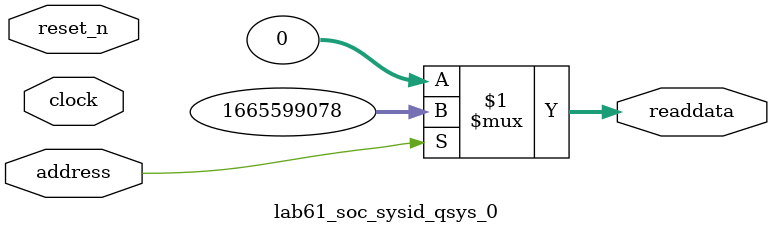
<source format=v>



// synthesis translate_off
`timescale 1ns / 1ps
// synthesis translate_on

// turn off superfluous verilog processor warnings 
// altera message_level Level1 
// altera message_off 10034 10035 10036 10037 10230 10240 10030 

module lab61_soc_sysid_qsys_0 (
               // inputs:
                address,
                clock,
                reset_n,

               // outputs:
                readdata
             )
;

  output  [ 31: 0] readdata;
  input            address;
  input            clock;
  input            reset_n;

  wire    [ 31: 0] readdata;
  //control_slave, which is an e_avalon_slave
  assign readdata = address ? 1665599078 : 0;

endmodule



</source>
